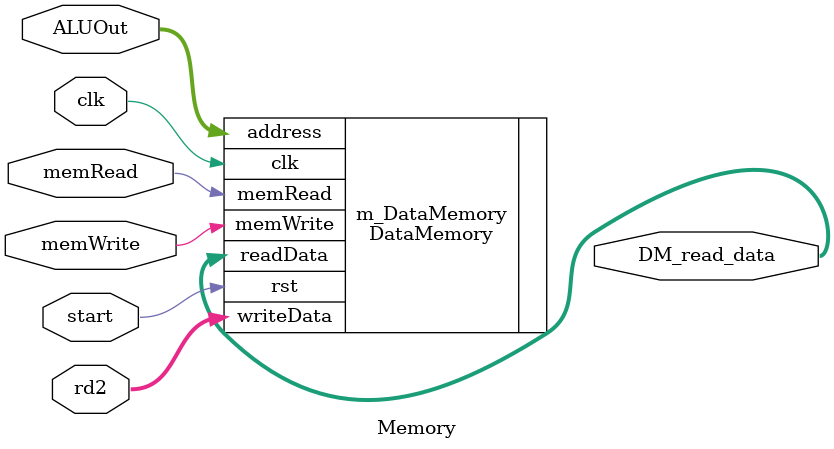
<source format=v>
`timescale 1ns / 1ps


module Memory #(parameter width=32)(
input clk,start,memWrite,memRead,
input [width-1:0] ALUOut,rd2,
output [width-1:0] DM_read_data
    );
    
DataMemory m_DataMemory(
    .rst(start),
    .clk(clk),
    .memWrite(memWrite),
    .memRead(memRead),
    .address(ALUOut),
    .writeData(rd2),
    .readData(DM_read_data)
);    




endmodule

</source>
